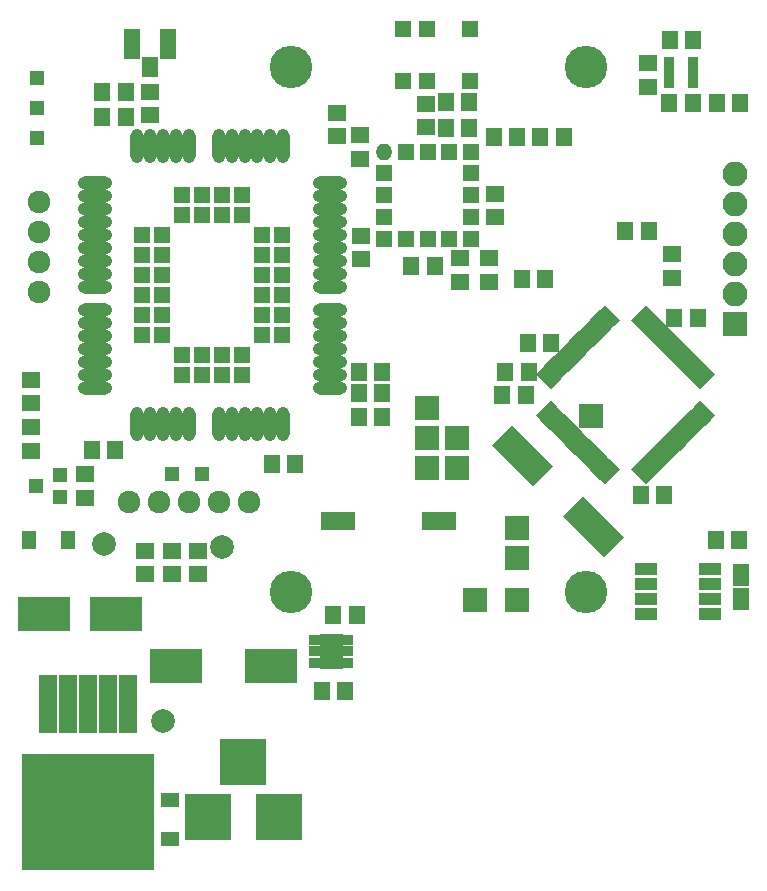
<source format=gbr>
G04 #@! TF.FileFunction,Soldermask,Top*
%FSLAX46Y46*%
G04 Gerber Fmt 4.6, Leading zero omitted, Abs format (unit mm)*
G04 Created by KiCad (PCBNEW 4.0.7-e2-6376~58~ubuntu16.04.1) date Tue Dec  5 16:52:33 2017*
%MOMM*%
%LPD*%
G01*
G04 APERTURE LIST*
%ADD10C,0.100000*%
%ADD11R,2.100000X2.100000*%
%ADD12C,2.000000*%
%ADD13R,1.400000X1.650000*%
%ADD14R,1.650000X1.400000*%
%ADD15R,4.400000X2.900000*%
%ADD16R,1.300000X1.600000*%
%ADD17R,1.600000X1.300000*%
%ADD18R,1.250000X1.250000*%
%ADD19C,3.600000*%
%ADD20O,2.100000X2.100000*%
%ADD21R,3.900000X3.900000*%
%ADD22R,1.400000X2.600000*%
%ADD23R,1.400000X1.800000*%
%ADD24R,1.300000X1.200000*%
%ADD25R,1.400000X1.924000*%
%ADD26R,2.840000X1.520000*%
%ADD27C,1.924000*%
%ADD28R,1.400000X1.400000*%
%ADD29O,1.150000X2.900000*%
%ADD30O,2.900000X1.150000*%
%ADD31O,1.400000X1.400000*%
%ADD32R,1.030000X0.850000*%
%ADD33R,1.150000X1.700000*%
%ADD34R,1.500000X5.000000*%
%ADD35R,11.200000X9.800000*%
%ADD36R,0.900000X0.750000*%
%ADD37R,1.950000X1.000000*%
G04 APERTURE END LIST*
D10*
G36*
X177332932Y-87479741D02*
X176837958Y-86984767D01*
X178110750Y-85711975D01*
X178605724Y-86206949D01*
X177332932Y-87479741D01*
X177332932Y-87479741D01*
G37*
G36*
X177686485Y-87833295D02*
X177191511Y-87338321D01*
X178464303Y-86065529D01*
X178959277Y-86560503D01*
X177686485Y-87833295D01*
X177686485Y-87833295D01*
G37*
G36*
X178040039Y-88186848D02*
X177545065Y-87691874D01*
X178817857Y-86419082D01*
X179312831Y-86914056D01*
X178040039Y-88186848D01*
X178040039Y-88186848D01*
G37*
G36*
X178393592Y-88540401D02*
X177898618Y-88045427D01*
X179171410Y-86772635D01*
X179666384Y-87267609D01*
X178393592Y-88540401D01*
X178393592Y-88540401D01*
G37*
G36*
X178747145Y-88893955D02*
X178252171Y-88398981D01*
X179524963Y-87126189D01*
X180019937Y-87621163D01*
X178747145Y-88893955D01*
X178747145Y-88893955D01*
G37*
G36*
X179100699Y-89247508D02*
X178605725Y-88752534D01*
X179878517Y-87479742D01*
X180373491Y-87974716D01*
X179100699Y-89247508D01*
X179100699Y-89247508D01*
G37*
G36*
X179454252Y-89601062D02*
X178959278Y-89106088D01*
X180232070Y-87833296D01*
X180727044Y-88328270D01*
X179454252Y-89601062D01*
X179454252Y-89601062D01*
G37*
G36*
X179807806Y-89954615D02*
X179312832Y-89459641D01*
X180585624Y-88186849D01*
X181080598Y-88681823D01*
X179807806Y-89954615D01*
X179807806Y-89954615D01*
G37*
G36*
X180161359Y-90308168D02*
X179666385Y-89813194D01*
X180939177Y-88540402D01*
X181434151Y-89035376D01*
X180161359Y-90308168D01*
X180161359Y-90308168D01*
G37*
G36*
X180514912Y-90661722D02*
X180019938Y-90166748D01*
X181292730Y-88893956D01*
X181787704Y-89388930D01*
X180514912Y-90661722D01*
X180514912Y-90661722D01*
G37*
G36*
X180868466Y-91015275D02*
X180373492Y-90520301D01*
X181646284Y-89247509D01*
X182141258Y-89742483D01*
X180868466Y-91015275D01*
X180868466Y-91015275D01*
G37*
G36*
X181222019Y-91368829D02*
X180727045Y-90873855D01*
X181999837Y-89601063D01*
X182494811Y-90096037D01*
X181222019Y-91368829D01*
X181222019Y-91368829D01*
G37*
G36*
X181575573Y-91722382D02*
X181080599Y-91227408D01*
X182353391Y-89954616D01*
X182848365Y-90449590D01*
X181575573Y-91722382D01*
X181575573Y-91722382D01*
G37*
G36*
X181929126Y-92075935D02*
X181434152Y-91580961D01*
X182706944Y-90308169D01*
X183201918Y-90803143D01*
X181929126Y-92075935D01*
X181929126Y-92075935D01*
G37*
G36*
X182282679Y-92429489D02*
X181787705Y-91934515D01*
X183060497Y-90661723D01*
X183555471Y-91156697D01*
X182282679Y-92429489D01*
X182282679Y-92429489D01*
G37*
G36*
X182636233Y-92783042D02*
X182141259Y-92288068D01*
X183414051Y-91015276D01*
X183909025Y-91510250D01*
X182636233Y-92783042D01*
X182636233Y-92783042D01*
G37*
G36*
X186666741Y-92288068D02*
X186171767Y-92783042D01*
X184898975Y-91510250D01*
X185393949Y-91015276D01*
X186666741Y-92288068D01*
X186666741Y-92288068D01*
G37*
G36*
X187020295Y-91934515D02*
X186525321Y-92429489D01*
X185252529Y-91156697D01*
X185747503Y-90661723D01*
X187020295Y-91934515D01*
X187020295Y-91934515D01*
G37*
G36*
X187373848Y-91580961D02*
X186878874Y-92075935D01*
X185606082Y-90803143D01*
X186101056Y-90308169D01*
X187373848Y-91580961D01*
X187373848Y-91580961D01*
G37*
G36*
X187727401Y-91227408D02*
X187232427Y-91722382D01*
X185959635Y-90449590D01*
X186454609Y-89954616D01*
X187727401Y-91227408D01*
X187727401Y-91227408D01*
G37*
G36*
X188080955Y-90873855D02*
X187585981Y-91368829D01*
X186313189Y-90096037D01*
X186808163Y-89601063D01*
X188080955Y-90873855D01*
X188080955Y-90873855D01*
G37*
G36*
X188434508Y-90520301D02*
X187939534Y-91015275D01*
X186666742Y-89742483D01*
X187161716Y-89247509D01*
X188434508Y-90520301D01*
X188434508Y-90520301D01*
G37*
G36*
X188788062Y-90166748D02*
X188293088Y-90661722D01*
X187020296Y-89388930D01*
X187515270Y-88893956D01*
X188788062Y-90166748D01*
X188788062Y-90166748D01*
G37*
G36*
X189141615Y-89813194D02*
X188646641Y-90308168D01*
X187373849Y-89035376D01*
X187868823Y-88540402D01*
X189141615Y-89813194D01*
X189141615Y-89813194D01*
G37*
G36*
X189495168Y-89459641D02*
X189000194Y-89954615D01*
X187727402Y-88681823D01*
X188222376Y-88186849D01*
X189495168Y-89459641D01*
X189495168Y-89459641D01*
G37*
G36*
X189848722Y-89106088D02*
X189353748Y-89601062D01*
X188080956Y-88328270D01*
X188575930Y-87833296D01*
X189848722Y-89106088D01*
X189848722Y-89106088D01*
G37*
G36*
X190202275Y-88752534D02*
X189707301Y-89247508D01*
X188434509Y-87974716D01*
X188929483Y-87479742D01*
X190202275Y-88752534D01*
X190202275Y-88752534D01*
G37*
G36*
X190555829Y-88398981D02*
X190060855Y-88893955D01*
X188788063Y-87621163D01*
X189283037Y-87126189D01*
X190555829Y-88398981D01*
X190555829Y-88398981D01*
G37*
G36*
X190909382Y-88045427D02*
X190414408Y-88540401D01*
X189141616Y-87267609D01*
X189636590Y-86772635D01*
X190909382Y-88045427D01*
X190909382Y-88045427D01*
G37*
G36*
X191262935Y-87691874D02*
X190767961Y-88186848D01*
X189495169Y-86914056D01*
X189990143Y-86419082D01*
X191262935Y-87691874D01*
X191262935Y-87691874D01*
G37*
G36*
X191616489Y-87338321D02*
X191121515Y-87833295D01*
X189848723Y-86560503D01*
X190343697Y-86065529D01*
X191616489Y-87338321D01*
X191616489Y-87338321D01*
G37*
G36*
X191970042Y-86984767D02*
X191475068Y-87479741D01*
X190202276Y-86206949D01*
X190697250Y-85711975D01*
X191970042Y-86984767D01*
X191970042Y-86984767D01*
G37*
G36*
X190697250Y-84722025D02*
X190202276Y-84227051D01*
X191475068Y-82954259D01*
X191970042Y-83449233D01*
X190697250Y-84722025D01*
X190697250Y-84722025D01*
G37*
G36*
X190343697Y-84368471D02*
X189848723Y-83873497D01*
X191121515Y-82600705D01*
X191616489Y-83095679D01*
X190343697Y-84368471D01*
X190343697Y-84368471D01*
G37*
G36*
X189990143Y-84014918D02*
X189495169Y-83519944D01*
X190767961Y-82247152D01*
X191262935Y-82742126D01*
X189990143Y-84014918D01*
X189990143Y-84014918D01*
G37*
G36*
X189636590Y-83661365D02*
X189141616Y-83166391D01*
X190414408Y-81893599D01*
X190909382Y-82388573D01*
X189636590Y-83661365D01*
X189636590Y-83661365D01*
G37*
G36*
X189283037Y-83307811D02*
X188788063Y-82812837D01*
X190060855Y-81540045D01*
X190555829Y-82035019D01*
X189283037Y-83307811D01*
X189283037Y-83307811D01*
G37*
G36*
X188929483Y-82954258D02*
X188434509Y-82459284D01*
X189707301Y-81186492D01*
X190202275Y-81681466D01*
X188929483Y-82954258D01*
X188929483Y-82954258D01*
G37*
G36*
X188575930Y-82600704D02*
X188080956Y-82105730D01*
X189353748Y-80832938D01*
X189848722Y-81327912D01*
X188575930Y-82600704D01*
X188575930Y-82600704D01*
G37*
G36*
X188222376Y-82247151D02*
X187727402Y-81752177D01*
X189000194Y-80479385D01*
X189495168Y-80974359D01*
X188222376Y-82247151D01*
X188222376Y-82247151D01*
G37*
G36*
X187868823Y-81893598D02*
X187373849Y-81398624D01*
X188646641Y-80125832D01*
X189141615Y-80620806D01*
X187868823Y-81893598D01*
X187868823Y-81893598D01*
G37*
G36*
X187515270Y-81540044D02*
X187020296Y-81045070D01*
X188293088Y-79772278D01*
X188788062Y-80267252D01*
X187515270Y-81540044D01*
X187515270Y-81540044D01*
G37*
G36*
X187161716Y-81186491D02*
X186666742Y-80691517D01*
X187939534Y-79418725D01*
X188434508Y-79913699D01*
X187161716Y-81186491D01*
X187161716Y-81186491D01*
G37*
G36*
X186808163Y-80832937D02*
X186313189Y-80337963D01*
X187585981Y-79065171D01*
X188080955Y-79560145D01*
X186808163Y-80832937D01*
X186808163Y-80832937D01*
G37*
G36*
X186454609Y-80479384D02*
X185959635Y-79984410D01*
X187232427Y-78711618D01*
X187727401Y-79206592D01*
X186454609Y-80479384D01*
X186454609Y-80479384D01*
G37*
G36*
X186101056Y-80125831D02*
X185606082Y-79630857D01*
X186878874Y-78358065D01*
X187373848Y-78853039D01*
X186101056Y-80125831D01*
X186101056Y-80125831D01*
G37*
G36*
X185747503Y-79772277D02*
X185252529Y-79277303D01*
X186525321Y-78004511D01*
X187020295Y-78499485D01*
X185747503Y-79772277D01*
X185747503Y-79772277D01*
G37*
G36*
X185393949Y-79418724D02*
X184898975Y-78923750D01*
X186171767Y-77650958D01*
X186666741Y-78145932D01*
X185393949Y-79418724D01*
X185393949Y-79418724D01*
G37*
G36*
X183909025Y-78923750D02*
X183414051Y-79418724D01*
X182141259Y-78145932D01*
X182636233Y-77650958D01*
X183909025Y-78923750D01*
X183909025Y-78923750D01*
G37*
G36*
X183555471Y-79277303D02*
X183060497Y-79772277D01*
X181787705Y-78499485D01*
X182282679Y-78004511D01*
X183555471Y-79277303D01*
X183555471Y-79277303D01*
G37*
G36*
X183201918Y-79630857D02*
X182706944Y-80125831D01*
X181434152Y-78853039D01*
X181929126Y-78358065D01*
X183201918Y-79630857D01*
X183201918Y-79630857D01*
G37*
G36*
X182848365Y-79984410D02*
X182353391Y-80479384D01*
X181080599Y-79206592D01*
X181575573Y-78711618D01*
X182848365Y-79984410D01*
X182848365Y-79984410D01*
G37*
G36*
X182494811Y-80337963D02*
X181999837Y-80832937D01*
X180727045Y-79560145D01*
X181222019Y-79065171D01*
X182494811Y-80337963D01*
X182494811Y-80337963D01*
G37*
G36*
X182141258Y-80691517D02*
X181646284Y-81186491D01*
X180373492Y-79913699D01*
X180868466Y-79418725D01*
X182141258Y-80691517D01*
X182141258Y-80691517D01*
G37*
G36*
X181787704Y-81045070D02*
X181292730Y-81540044D01*
X180019938Y-80267252D01*
X180514912Y-79772278D01*
X181787704Y-81045070D01*
X181787704Y-81045070D01*
G37*
G36*
X181434151Y-81398624D02*
X180939177Y-81893598D01*
X179666385Y-80620806D01*
X180161359Y-80125832D01*
X181434151Y-81398624D01*
X181434151Y-81398624D01*
G37*
G36*
X181080598Y-81752177D02*
X180585624Y-82247151D01*
X179312832Y-80974359D01*
X179807806Y-80479385D01*
X181080598Y-81752177D01*
X181080598Y-81752177D01*
G37*
G36*
X180727044Y-82105730D02*
X180232070Y-82600704D01*
X178959278Y-81327912D01*
X179454252Y-80832938D01*
X180727044Y-82105730D01*
X180727044Y-82105730D01*
G37*
G36*
X180373491Y-82459284D02*
X179878517Y-82954258D01*
X178605725Y-81681466D01*
X179100699Y-81186492D01*
X180373491Y-82459284D01*
X180373491Y-82459284D01*
G37*
G36*
X180019937Y-82812837D02*
X179524963Y-83307811D01*
X178252171Y-82035019D01*
X178747145Y-81540045D01*
X180019937Y-82812837D01*
X180019937Y-82812837D01*
G37*
G36*
X179666384Y-83166391D02*
X179171410Y-83661365D01*
X177898618Y-82388573D01*
X178393592Y-81893599D01*
X179666384Y-83166391D01*
X179666384Y-83166391D01*
G37*
G36*
X179312831Y-83519944D02*
X178817857Y-84014918D01*
X177545065Y-82742126D01*
X178040039Y-82247152D01*
X179312831Y-83519944D01*
X179312831Y-83519944D01*
G37*
G36*
X178959277Y-83873497D02*
X178464303Y-84368471D01*
X177191511Y-83095679D01*
X177686485Y-82600705D01*
X178959277Y-83873497D01*
X178959277Y-83873497D01*
G37*
G36*
X178605724Y-84227051D02*
X178110750Y-84722025D01*
X176837958Y-83449233D01*
X177332932Y-82954259D01*
X178605724Y-84227051D01*
X178605724Y-84227051D01*
G37*
D11*
X170180000Y-88900000D03*
D12*
X150288000Y-98077000D03*
X140288000Y-97827000D03*
X145288000Y-112827000D03*
D13*
X175980600Y-85217000D03*
X173980600Y-85217000D03*
X174234600Y-83286600D03*
X176234600Y-83286600D03*
X187690000Y-93751400D03*
X185690000Y-93751400D03*
X154448000Y-91059000D03*
X156448000Y-91059000D03*
X190560200Y-78765400D03*
X188560200Y-78765400D03*
X140097000Y-61722000D03*
X142097000Y-61722000D03*
X140097000Y-59563000D03*
X142097000Y-59563000D03*
D14*
X160020000Y-63357000D03*
X160020000Y-61357000D03*
X162052000Y-71771000D03*
X162052000Y-73771000D03*
X161925000Y-65262000D03*
X161925000Y-63262000D03*
D13*
X168259000Y-74295000D03*
X166259000Y-74295000D03*
X175631600Y-75438000D03*
X177631600Y-75438000D03*
D15*
X146368000Y-108178600D03*
X154368000Y-108178600D03*
D14*
X173355000Y-70215000D03*
X173355000Y-68215000D03*
X186283600Y-59140600D03*
X186283600Y-57140600D03*
D13*
X161655000Y-103911400D03*
X159655000Y-103911400D03*
X160689800Y-110337600D03*
X158689800Y-110337600D03*
D14*
X143764000Y-100441000D03*
X143764000Y-98441000D03*
X167513000Y-60595000D03*
X167513000Y-62595000D03*
D16*
X137209800Y-97510600D03*
X133909800Y-97510600D03*
D13*
X179181000Y-63373000D03*
X177181000Y-63373000D03*
D17*
X145821400Y-119508000D03*
X145821400Y-122808000D03*
D14*
X148209000Y-100441000D03*
X148209000Y-98441000D03*
X134100000Y-85960000D03*
X134100000Y-83960000D03*
D18*
X134620000Y-58420000D03*
X134620000Y-60960000D03*
X146050000Y-91948000D03*
X148590000Y-91948000D03*
D19*
X181100000Y-101960000D03*
X156083000Y-57454800D03*
D11*
X193675000Y-79248000D03*
D20*
X193675000Y-76708000D03*
X193675000Y-74168000D03*
X193675000Y-71628000D03*
X193675000Y-69088000D03*
X193675000Y-66548000D03*
D19*
X181102000Y-57454800D03*
X156100000Y-101960000D03*
D11*
X167640000Y-88900000D03*
D21*
X149047200Y-120980200D03*
X155047200Y-120980200D03*
X152047200Y-116280200D03*
D11*
X170180000Y-91440000D03*
X167640000Y-86360000D03*
X167640000Y-91440000D03*
D14*
X170434000Y-73676000D03*
X170434000Y-75676000D03*
X172847000Y-73676000D03*
X172847000Y-75676000D03*
D13*
X171180000Y-60452000D03*
X169180000Y-60452000D03*
X171180000Y-62611000D03*
X169180000Y-62611000D03*
D22*
X142645000Y-55499000D03*
D23*
X144145000Y-57499000D03*
D22*
X145645000Y-55499000D03*
D24*
X136509000Y-93914000D03*
X136509000Y-92014000D03*
X134509000Y-92964000D03*
D13*
X173244000Y-63373000D03*
X175244000Y-63373000D03*
X194040000Y-97561400D03*
X192040000Y-97561400D03*
D14*
X146050000Y-100441000D03*
X146050000Y-98441000D03*
D13*
X192141600Y-60566300D03*
X194141600Y-60566300D03*
X190115700Y-60540900D03*
X188115700Y-60540900D03*
X190166500Y-55168800D03*
X188166500Y-55168800D03*
D14*
X134100000Y-89960000D03*
X134100000Y-87960000D03*
D13*
X163814000Y-83312000D03*
X161814000Y-83312000D03*
X163814000Y-87122000D03*
X161814000Y-87122000D03*
X163814000Y-85090000D03*
X161814000Y-85090000D03*
D14*
X144145000Y-59579000D03*
X144145000Y-61579000D03*
X138684000Y-91964000D03*
X138684000Y-93964000D03*
D13*
X141208000Y-89916000D03*
X139208000Y-89916000D03*
X176139600Y-80873600D03*
X178139600Y-80873600D03*
D25*
X194183000Y-102489000D03*
X194183000Y-100457000D03*
D26*
X160033000Y-95885000D03*
X168643000Y-95885000D03*
D27*
X134759700Y-68948300D03*
X134759700Y-71488300D03*
X134759700Y-74028300D03*
X134759700Y-76568300D03*
X142379700Y-94348300D03*
X144919700Y-94348300D03*
X147459700Y-94348300D03*
X149999700Y-94348300D03*
X152539700Y-94348300D03*
D28*
X148556000Y-83577000D03*
X146856000Y-83577000D03*
X146856000Y-81877000D03*
X148556000Y-81877000D03*
X148556000Y-68277000D03*
X148556000Y-69977000D03*
X146856000Y-68277000D03*
X146856000Y-69977000D03*
X143456000Y-80177000D03*
X145156000Y-80177000D03*
X143456000Y-78477000D03*
X145156000Y-78477000D03*
X143456000Y-76777000D03*
X145156000Y-76777000D03*
X143456000Y-75077000D03*
X145156000Y-75077000D03*
X143456000Y-73377000D03*
X145156000Y-73377000D03*
X143456000Y-71677000D03*
D29*
X155456000Y-87727000D03*
X154356000Y-87727000D03*
X153256000Y-87727000D03*
X152156000Y-87727000D03*
X151056000Y-87727000D03*
X149956000Y-87727000D03*
X147456000Y-87727000D03*
X146356000Y-87727000D03*
X145256000Y-87727000D03*
X144156000Y-87727000D03*
X143056000Y-87727000D03*
D30*
X159356000Y-84627000D03*
X159356000Y-83527000D03*
X159356000Y-82427000D03*
X159356000Y-81327000D03*
X159356000Y-80227000D03*
X159356000Y-79127000D03*
X159356000Y-78027000D03*
X159356000Y-76127000D03*
X159356000Y-75027000D03*
X159356000Y-73927000D03*
X159356000Y-72827000D03*
X159356000Y-71727000D03*
X159356000Y-70627000D03*
X159356000Y-69527000D03*
X159356000Y-68427000D03*
X159356000Y-67327000D03*
D29*
X143056000Y-64127000D03*
X144156000Y-64127000D03*
X145256000Y-64127000D03*
X146356000Y-64127000D03*
X147456000Y-64127000D03*
X149956000Y-64127000D03*
X151056000Y-64127000D03*
X152156000Y-64127000D03*
X153256000Y-64127000D03*
X154356000Y-64127000D03*
X155456000Y-64127000D03*
D30*
X139456000Y-67327000D03*
X139456000Y-68427000D03*
X139456000Y-69527000D03*
X139456000Y-70627000D03*
X139456000Y-71727000D03*
X139456000Y-72827000D03*
X139456000Y-73927000D03*
X139456000Y-75027000D03*
X139456000Y-76127000D03*
X139456000Y-78027000D03*
X139456000Y-79127000D03*
X139456000Y-80227000D03*
X139456000Y-81327000D03*
X139456000Y-82427000D03*
X139456000Y-83527000D03*
X139456000Y-84627000D03*
D28*
X153656000Y-71677000D03*
X155356000Y-71677000D03*
X153656000Y-73377000D03*
X155356000Y-73377000D03*
X153656000Y-75077000D03*
X155356000Y-75077000D03*
X153656000Y-76777000D03*
X155356000Y-76777000D03*
X153656000Y-78477000D03*
X155356000Y-78477000D03*
X153656000Y-80177000D03*
X155356000Y-80177000D03*
X151956000Y-69977000D03*
X151956000Y-68277000D03*
X150256000Y-69977000D03*
X150256000Y-68277000D03*
X150256000Y-81877000D03*
X151956000Y-81877000D03*
X151956000Y-83577000D03*
X150256000Y-83577000D03*
X145156000Y-71677000D03*
D31*
X163957000Y-64643000D03*
D28*
X165807000Y-64643000D03*
X167657000Y-64643000D03*
X171357000Y-64643000D03*
X169507000Y-64643000D03*
X171357000Y-66493000D03*
X171357000Y-68343000D03*
X171357000Y-70193000D03*
X171357000Y-72043000D03*
X169507000Y-72043000D03*
X167657000Y-72043000D03*
X165807000Y-72043000D03*
X163957000Y-72043000D03*
X163957000Y-70193000D03*
X163957000Y-68343000D03*
X163957000Y-66493000D03*
D32*
X158146600Y-106009400D03*
X158146600Y-106959400D03*
X158146600Y-107909400D03*
X160826600Y-107909400D03*
X160826600Y-106959400D03*
X160826600Y-106009400D03*
D33*
X159861600Y-107609400D03*
X159861600Y-106309400D03*
X159111600Y-107609400D03*
X159111600Y-106309400D03*
D34*
X142312600Y-111395200D03*
X140612600Y-111395200D03*
X138912600Y-111395200D03*
X137212600Y-111395200D03*
X135512600Y-111395200D03*
D35*
X138912600Y-120545200D03*
D36*
X190165800Y-56959500D03*
X190165800Y-57609500D03*
X190165800Y-58259500D03*
X190165800Y-58909500D03*
X188115800Y-58909500D03*
X188115800Y-58259500D03*
X188115800Y-57609500D03*
X188115800Y-56959500D03*
D28*
X165608000Y-58674000D03*
X167608000Y-58674000D03*
X171208000Y-58674000D03*
X171208000Y-54274000D03*
X167608000Y-54274000D03*
X165608000Y-54274000D03*
D13*
X184394600Y-71399400D03*
X186394600Y-71399400D03*
D11*
X175260000Y-96520000D03*
X175260000Y-99060000D03*
X171704000Y-102616000D03*
X181457600Y-86995000D03*
X175260000Y-102616000D03*
D14*
X188391800Y-73320400D03*
X188391800Y-75320400D03*
D10*
G36*
X184275144Y-97259487D02*
X182578087Y-98956544D01*
X179113264Y-95491721D01*
X180810321Y-93794664D01*
X184275144Y-97259487D01*
X184275144Y-97259487D01*
G37*
G36*
X178264736Y-91249079D02*
X176567679Y-92946136D01*
X173102856Y-89481313D01*
X174799913Y-87784256D01*
X178264736Y-91249079D01*
X178264736Y-91249079D01*
G37*
D37*
X186149000Y-99949000D03*
X186149000Y-101219000D03*
X186149000Y-102489000D03*
X186149000Y-103759000D03*
X191549000Y-103759000D03*
X191549000Y-102489000D03*
X191549000Y-101219000D03*
X191549000Y-99949000D03*
D18*
X134620000Y-63525400D03*
D15*
X135202200Y-103759000D03*
X141302200Y-103759000D03*
M02*

</source>
